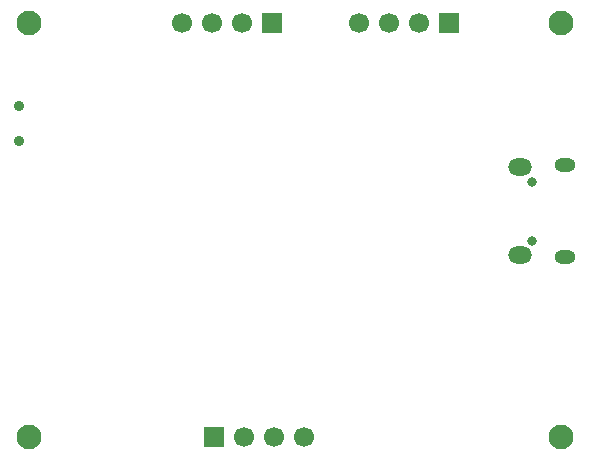
<source format=gbr>
%TF.GenerationSoftware,KiCad,Pcbnew,9.0.1*%
%TF.CreationDate,2025-06-08T22:19:25+02:00*%
%TF.ProjectId,STM32_Custom_Board,53544d33-325f-4437-9573-746f6d5f426f,rev?*%
%TF.SameCoordinates,Original*%
%TF.FileFunction,Soldermask,Bot*%
%TF.FilePolarity,Negative*%
%FSLAX46Y46*%
G04 Gerber Fmt 4.6, Leading zero omitted, Abs format (unit mm)*
G04 Created by KiCad (PCBNEW 9.0.1) date 2025-06-08 22:19:25*
%MOMM*%
%LPD*%
G01*
G04 APERTURE LIST*
%ADD10C,2.100000*%
%ADD11R,1.700000X1.700000*%
%ADD12C,1.700000*%
%ADD13O,0.800000X0.800000*%
%ADD14O,1.800000X1.150000*%
%ADD15O,2.000000X1.450000*%
%ADD16C,0.900000*%
G04 APERTURE END LIST*
D10*
%TO.C,H1*%
X71000000Y-94500000D03*
%TD*%
%TO.C,H4*%
X116000000Y-59500000D03*
%TD*%
D11*
%TO.C,J3*%
X91540000Y-59500000D03*
D12*
X89000000Y-59500000D03*
X86460000Y-59500000D03*
X83920000Y-59500000D03*
%TD*%
D13*
%TO.C,J1*%
X113600000Y-77900000D03*
X113600000Y-72900000D03*
D14*
X116350000Y-79275000D03*
D15*
X112550000Y-79125000D03*
X112550000Y-71675000D03*
D14*
X116350000Y-71525000D03*
%TD*%
D11*
%TO.C,J2*%
X106580000Y-59500000D03*
D12*
X104040000Y-59500000D03*
X101500000Y-59500000D03*
X98960000Y-59500000D03*
%TD*%
D10*
%TO.C,H3*%
X71000000Y-59500000D03*
%TD*%
%TO.C,H2*%
X116000000Y-94500000D03*
%TD*%
D11*
%TO.C,J4*%
X86690000Y-94500000D03*
D12*
X89230000Y-94500000D03*
X91770000Y-94500000D03*
X94310000Y-94500000D03*
%TD*%
D16*
%TO.C,SW1*%
X70170000Y-66500000D03*
X70170000Y-69500000D03*
%TD*%
M02*

</source>
